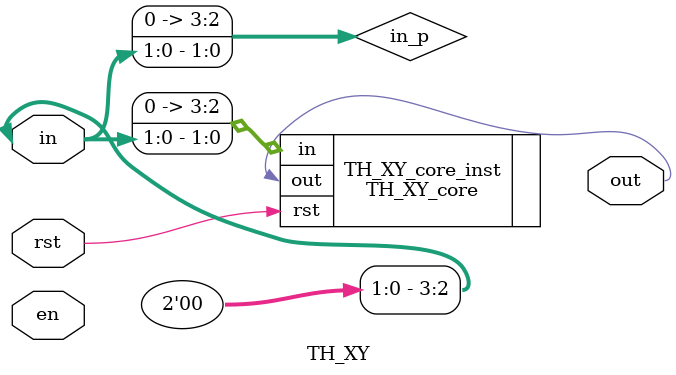
<source format=sv>
`timescale 1ns / 1ps

module TH_XY#(
  parameter                       ENC = "FP",
  parameter                       CFG = "2_0_2",
  localparam                      IN_NUM = 4
)
(
//---------CTRL-----------------------
  input                           rst,
//------------------------------------
  input                            en,
  input  [IN_NUM-1 : 0]            in,            
//---------OUT------------------------
  output                          out
//------------------------------------
);

localparam IN_NUM_ACTUAL = CFG[39:32] - 48;

wire [IN_NUM-1:0] in_p;


generate

  if(IN_NUM > IN_NUM_ACTUAL)
  begin
    assign in_p[IN_NUM-1:IN_NUM_ACTUAL] = 0;
  end

  if (ENC == "TP")
  begin
    genvar idx;
    for (idx = 0; idx < IN_NUM_ACTUAL; idx = idx + 1) 
    begin
      P p
      (
        .rst(rst),
        
        .en(en),
        .fb(out),
        .in(in[idx]),
        
        .out(in_p[idx])
      );
    end
  end
  else if (ENC == "FP")
  begin
    assign in_p = in;
  end
endgenerate

TH_XY_core #
(
  .ENC  (ENC),
  .CFG  (CFG)
)
TH_XY_core_inst
(
  .rst  (rst),
  .in   (in_p),
  .out  (out)
);

endmodule
</source>
